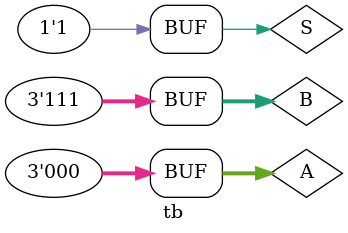
<source format=v>
module tb();
    reg[2:0] A,B;
    reg S;
    wire[2:0] Y;

    mux dut(
            .A(A),
            .B(B),
            .S(S),
            .Y(Y)
    );

    initial begin
      A <= 3'b000;
      B <= 3'b111;
      #100;

      S <= 1'b0;
      #100;

      S <= 1'b1;
      #100;
    end
    initial begin
      $dumpfile("dump.vcd");
      $dumpvars(0);
    end
endmodule
</source>
